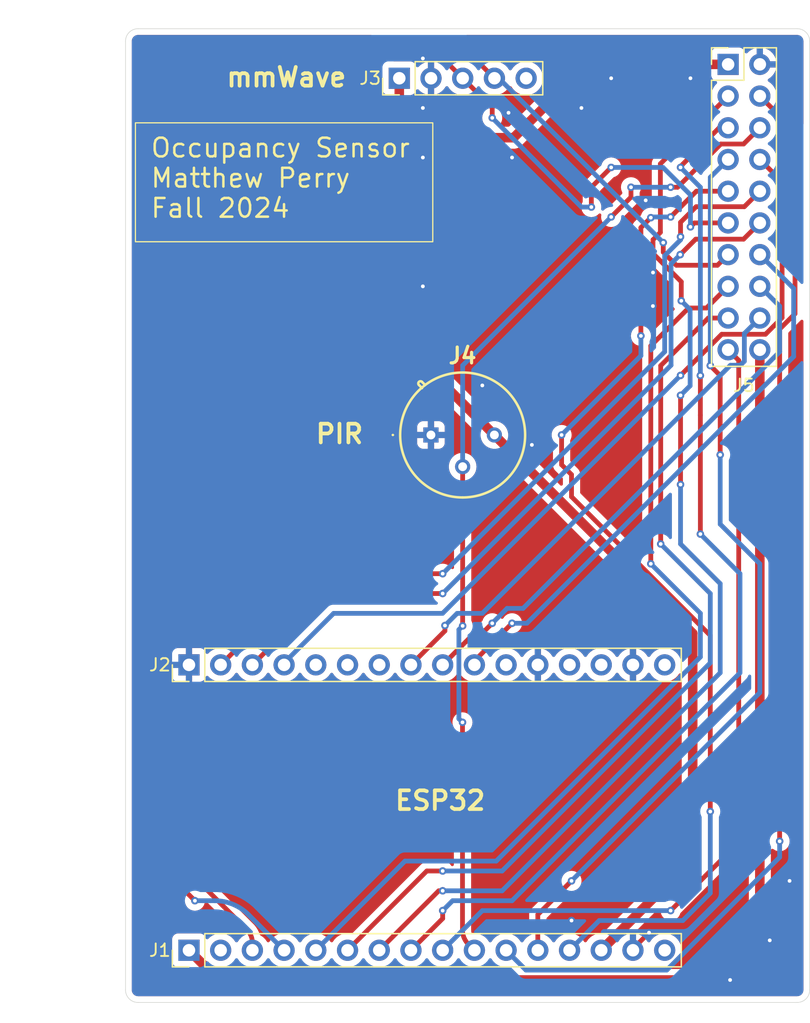
<source format=kicad_pcb>
(kicad_pcb (version 20240108) (generator "pcbnew") (generator_version "8.0")
  (layers (0 "F.Cu" signal) (31 "B.Cu" signal) (34 "B.Paste" user) (35 "F.Paste" user) (36 "B.SilkS" user "B.Silkscreen") (37 "F.SilkS" user "F.Silkscreen") (38 "B.Mask" user) (39 "F.Mask" user) (44 "Edge.Cuts" user))
  (net 0 "")
  (net 1 "+5V")
  (net 2 "GPIO2")
  (net 3 "GPIO8")
  (net 4 "GPIO0")
  (net 5 "GPIO5")
  (net 6 "GPIO4")
  (net 7 "GPIO7")
  (net 8 "GPIO3")
  (net 9 "GPIO1")
  (net 10 "GND")
  (net 11 "GPIO10")
  (net 12 "+3V3")
  (net 13 "GPIO11")
  (net 14 "GPIO6")
  (net 15 "RST")
  (net 17 "GPIO19")
  (net 18 "GPIO17")
  (net 19 "GPIO13")
  (net 20 "GPIO15")
  (net 21 "GPIO21")
  (net 22 "GPIO16")
  (net 23 "GPIO23")
  (net 24 "GPIO20")
  (net 25 "GPIO18")
  (net 27 "GPIO9")
  (net 28 "GPIO12")
  (net 29 "GPIO22")
  (footprint "Connector_PinHeader_2.54mm:PinHeader_1x16_P2.54mm_Vertical" (layer "F.Cu") (at 108.2675 82.70875 90)
    (property "Reference" "J2" (at 0 -2.33 180) (layer "F.SilkS"))
    (property "Value" "Esp32 Header2")
    (fp_line (start -1.33 -1.33) (end 0 -1.33) (stroke (width 0.12)) (layer "F.SilkS"))
    (fp_line (start -1.33 0) (end -1.33 -1.33) (stroke (width 0.12)) (layer "F.SilkS"))
    (fp_line (start 1.33 1.27) (end 1.33 39.43) (stroke (width 0.12)) (layer "F.SilkS"))
    (fp_line (start -1.33 1.27) (end 1.33 1.27) (stroke (width 0.12)) (layer "F.SilkS"))
    (fp_line (start -1.33 1.27) (end -1.33 39.43) (stroke (width 0.12)) (layer "F.SilkS"))
    (fp_line (start -1.33 39.43) (end 1.33 39.43) (stroke (width 0.12)) (layer "F.SilkS"))
    (pad "1" thru_hole rect (at 0 0 90) (size 1.7 1.7) (drill 1) (layers "*.Cu" "*.Mask") (net 10 "GND"))
    (pad "2" thru_hole oval (at 0 2.54 90) (size 1.7 1.7) (drill 1) (layers "*.Cu" "*.Mask") (net 22 "GPIO16"))
    (pad "3" thru_hole oval (at 0 5.08 90) (size 1.7 1.7) (drill 1) (layers "*.Cu" "*.Mask") (net 18 "GPIO17"))
    (pad "4" thru_hole oval (at 0 7.62 90) (size 1.7 1.7) (drill 1) (layers "*.Cu" "*.Mask") (net 20 "GPIO15"))
    (pad "5" thru_hole oval (at 0 10.16 90) (size 1.7 1.7) (drill 1) (layers "*.Cu" "*.Mask") (net 23 "GPIO23"))
    (pad "6" thru_hole oval (at 0 12.7 90) (size 1.7 1.7) (drill 1) (layers "*.Cu" "*.Mask") (net 29 "GPIO22"))
    (pad "7" thru_hole oval (at 0 15.24 90) (size 1.7 1.7) (drill 1) (layers "*.Cu" "*.Mask") (net 21 "GPIO21"))
    (pad "8" thru_hole oval (at 0 17.78 90) (size 1.7 1.7) (drill 1) (layers "*.Cu" "*.Mask") (net 24 "GPIO20"))
    (pad "9" thru_hole oval (at 0 20.32 90) (size 1.7 1.7) (drill 1) (layers "*.Cu" "*.Mask") (net 17 "GPIO19"))
    (pad "10" thru_hole oval (at 0 22.86 90) (size 1.7 1.7) (drill 1) (layers "*.Cu" "*.Mask") (net 25 "GPIO18"))
    (pad "11" thru_hole oval (at 0 25.4 90) (size 1.7 1.7) (drill 1) (layers "*.Cu" "*.Mask") (net 27 "GPIO9"))
    (pad "12" thru_hole oval (at 0 27.94 90) (size 1.7 1.7) (drill 1) (layers "*.Cu" "*.Mask") (net 10 "GND"))
    (pad "13" thru_hole oval (at 0 30.48 90) (size 1.7 1.7) (drill 1) (layers "*.Cu" "*.Mask") (net 19 "GPIO13"))
    (pad "14" thru_hole oval (at 0 33.02 90) (size 1.7 1.7) (drill 1) (layers "*.Cu" "*.Mask") (net 28 "GPIO12"))
    (pad "15" thru_hole oval (at 0 35.56 90) (size 1.7 1.7) (drill 1) (layers "*.Cu" "*.Mask") (net 10 "GND"))
    (pad "16" thru_hole oval (at 0 38.1 90) (size 1.7 1.7) (drill 1) (layers "*.Cu" "*.Mask"))
  )
  (footprint "Connector:917-47-103-41005000" (layer "F.Cu") (at 127.6475 64.29375)
    (property "Reference" "J4" (at 2.5275 -6.35 0) (layer "F.SilkS") (effects (font (size 1.27 1.27) (thickness 0.254))))
    (property "Value" "PIR Header" (hide yes))
    (fp_line (start -3.1 0) (end -3.1 0) (stroke (width 0.1)) (layer "F.SilkS"))
    (fp_line (start -3 0) (end -3 0) (stroke (width 0.1)) (layer "F.SilkS"))
    (fp_line (start -0.963 -4.003) (end -0.712 -3.753) (stroke (width 0.2)) (layer "F.SilkS"))
    (fp_line (start -0.712 -4.253) (end -0.712 -4.253) (stroke (width 0.2)) (layer "F.SilkS"))
    (fp_line (start -0.462 -4.003) (end -0.712 -4.253) (stroke (width 0.2)) (layer "F.SilkS"))
    (fp_line (start 2.54 -5.004) (end 2.54 -5.004) (stroke (width 0.2)) (layer "F.SilkS"))
    (fp_line (start 2.54 5.004) (end 2.54 5.004) (stroke (width 0.2)) (layer "F.SilkS"))
    (fp_arc (start -3.1 0) (mid -3.05 -0.05) (end -3 0) (stroke (width 0.1)) (layer "F.SilkS"))
    (fp_arc (start -3 0) (mid -3.05 0.05) (end -3.1 0) (stroke (width 0.1)) (layer "F.SilkS"))
    (fp_arc (start -0.963 -4.003) (mid -0.9625 -4.2535) (end -0.712 -4.253) (stroke (width 0.2)) (layer "F.SilkS"))
    (fp_arc (start 2.54 -5.004) (mid 7.544 0) (end 2.54 5.004) (stroke (width 0.2)) (layer "F.SilkS"))
    (fp_arc (start 2.54 5.004) (mid -2.464 0) (end 2.54 -5.004) (stroke (width 0.2)) (layer "F.SilkS"))
    (pad "1" thru_hole rect (at 0 0) (size 1.214 1.214) (drill 0.708) (layers "*.Cu" "*.Mask") (net 10 "GND"))
    (pad "2" thru_hole circle (at 2.54 2.54) (size 1.214 1.214) (drill 0.708) (layers "*.Cu" "*.Mask") (net 11 "GPIO10"))
    (pad "3" thru_hole circle (at 5.08 0) (size 1.214 1.214) (drill 0.708) (layers "*.Cu" "*.Mask") (net 1 "+5V"))
  )
  (footprint "Connector_PinHeader_2.54mm:PinHeader_1x05_P2.54mm_Vertical" (layer "F.Cu") (at 125.1125 35.71875 90)
    (property "Reference" "J3" (at 0 -2.33 180) (layer "F.SilkS"))
    (property "Value" "mmWave Header")
    (fp_line (start -1.33 -1.33) (end 0 -1.33) (stroke (width 0.12)) (layer "F.SilkS"))
    (fp_line (start -1.33 0) (end -1.33 -1.33) (stroke (width 0.12)) (layer "F.SilkS"))
    (fp_line (start 1.33 1.27) (end 1.33 11.49) (stroke (width 0.12)) (layer "F.SilkS"))
    (fp_line (start -1.33 1.27) (end 1.33 1.27) (stroke (width 0.12)) (layer "F.SilkS"))
    (fp_line (start -1.33 1.27) (end -1.33 11.49) (stroke (width 0.12)) (layer "F.SilkS"))
    (fp_line (start -1.33 11.49) (end 1.33 11.49) (stroke (width 0.12)) (layer "F.SilkS"))
    (pad "1" thru_hole rect (at 0 0 90) (size 1.7 1.7) (drill 1) (layers "*.Cu" "*.Mask") (net 1 "+5V"))
    (pad "2" thru_hole oval (at 0 2.54 90) (size 1.7 1.7) (drill 1) (layers "*.Cu" "*.Mask") (net 10 "GND"))
    (pad "3" thru_hole oval (at 0 5.08 90) (size 1.7 1.7) (drill 1) (layers "*.Cu" "*.Mask") (net 6 "GPIO4"))
    (pad "4" thru_hole oval (at 0 7.62 90) (size 1.7 1.7) (drill 1) (layers "*.Cu" "*.Mask") (net 5 "GPIO5"))
    (pad "5" thru_hole oval (at 0 10.16 90) (size 1.7 1.7) (drill 1) (layers "*.Cu" "*.Mask"))
  )
  (footprint "Connector_PinHeader_2.54mm:PinHeader_1x16_P2.54mm_Vertical" (layer "F.Cu") (at 108.2675 105.56875 90)
    (property "Reference" "J1" (at 0 -2.33 180) (layer "F.SilkS"))
    (property "Value" "Esp32 Header1")
    (fp_line (start -1.33 -1.33) (end 0 -1.33) (stroke (width 0.12)) (layer "F.SilkS"))
    (fp_line (start -1.33 0) (end -1.33 -1.33) (stroke (width 0.12)) (layer "F.SilkS"))
    (fp_line (start 1.33 1.27) (end 1.33 39.43) (stroke (width 0.12)) (layer "F.SilkS"))
    (fp_line (start -1.33 1.27) (end 1.33 1.27) (stroke (width 0.12)) (layer "F.SilkS"))
    (fp_line (start -1.33 1.27) (end -1.33 39.43) (stroke (width 0.12)) (layer "F.SilkS"))
    (fp_line (start -1.33 39.43) (end 1.33 39.43) (stroke (width 0.12)) (layer "F.SilkS"))
    (pad "1" thru_hole rect (at 0 0 90) (size 1.7 1.7) (drill 1) (layers "*.Cu" "*.Mask") (net 12 "+3V3"))
    (pad "2" thru_hole oval (at 0 2.54 90) (size 1.7 1.7) (drill 1) (layers "*.Cu" "*.Mask") (net 15 "RST"))
    (pad "3" thru_hole oval (at 0 5.08 90) (size 1.7 1.7) (drill 1) (layers "*.Cu" "*.Mask") (net 6 "GPIO4"))
    (pad "4" thru_hole oval (at 0 7.62 90) (size 1.7 1.7) (drill 1) (layers "*.Cu" "*.Mask") (net 5 "GPIO5"))
    (pad "5" thru_hole oval (at 0 10.16 90) (size 1.7 1.7) (drill 1) (layers "*.Cu" "*.Mask") (net 14 "GPIO6"))
    (pad "6" thru_hole oval (at 0 12.7 90) (size 1.7 1.7) (drill 1) (layers "*.Cu" "*.Mask") (net 7 "GPIO7"))
    (pad "7" thru_hole oval (at 0 15.24 90) (size 1.7 1.7) (drill 1) (layers "*.Cu" "*.Mask") (net 4 "GPIO0"))
    (pad "8" thru_hole oval (at 0 17.78 90) (size 1.7 1.7) (drill 1) (layers "*.Cu" "*.Mask") (net 9 "GPIO1"))
    (pad "9" thru_hole oval (at 0 20.32 90) (size 1.7 1.7) (drill 1) (layers "*.Cu" "*.Mask") (net 3 "GPIO8"))
    (pad "10" thru_hole oval (at 0 22.86 90) (size 1.7 1.7) (drill 1) (layers "*.Cu" "*.Mask") (net 11 "GPIO10"))
    (pad "11" thru_hole oval (at 0 25.4 90) (size 1.7 1.7) (drill 1) (layers "*.Cu" "*.Mask") (net 13 "GPIO11"))
    (pad "12" thru_hole oval (at 0 27.94 90) (size 1.7 1.7) (drill 1) (layers "*.Cu" "*.Mask") (net 2 "GPIO2"))
    (pad "13" thru_hole oval (at 0 30.48 90) (size 1.7 1.7) (drill 1) (layers "*.Cu" "*.Mask") (net 8 "GPIO3"))
    (pad "14" thru_hole oval (at 0 33.02 90) (size 1.7 1.7) (drill 1) (layers "*.Cu" "*.Mask") (net 1 "+5V"))
    (pad "15" thru_hole oval (at 0 35.56 90) (size 1.7 1.7) (drill 1) (layers "*.Cu" "*.Mask") (net 10 "GND"))
    (pad "16" thru_hole oval (at 0 38.1 90) (size 1.7 1.7) (drill 1) (layers "*.Cu" "*.Mask"))
  )
  (footprint "Connector_PinHeader_2.54mm:PinHeader_2x10_P2.54mm_Vertical" (layer "F.Cu") (at 151.4475 34.6075)
    (property "Reference" "J5" (at 1.27 25.7175 0) (layer "F.SilkS"))
    (property "Value" "Breakout Header" (hide yes))
    (fp_line (start -1.33 -1.33) (end 0 -1.33) (stroke (width 0.12)) (layer "F.SilkS"))
    (fp_line (start -1.33 0) (end -1.33 -1.33) (stroke (width 0.12)) (layer "F.SilkS"))
    (fp_line (start -1.33 1.27) (end -1.33 24.19) (stroke (width 0.12)) (layer "F.SilkS"))
    (fp_line (start -1.33 1.27) (end 1.27 1.27) (stroke (width 0.12)) (layer "F.SilkS"))
    (fp_line (start -1.33 24.19) (end 3.87 24.19) (stroke (width 0.12)) (layer "F.SilkS"))
    (fp_line (start 1.27 -1.33) (end 3.87 -1.33) (stroke (width 0.12)) (layer "F.SilkS"))
    (fp_line (start 1.27 1.27) (end 1.27 -1.33) (stroke (width 0.12)) (layer "F.SilkS"))
    (fp_line (start 3.87 -1.33) (end 3.87 24.19) (stroke (width 0.12)) (layer "F.SilkS"))
    (pad "1" thru_hole rect (at 0 0) (size 1.7 1.7) (drill 1) (layers "*.Cu" "*.Mask") (net 1 "+5V"))
    (pad "2" thru_hole oval (at 2.54 0) (size 1.7 1.7) (drill 1) (layers "*.Cu" "*.Mask") (net 10 "GND"))
    (pad "3" thru_hole oval (at 0 2.54) (size 1.7 1.7) (drill 1) (layers "*.Cu" "*.Mask") (net 4 "GPIO0"))
    (pad "4" thru_hole oval (at 2.54 2.54) (size 1.7 1.7) (drill 1) (layers "*.Cu" "*.Mask") (net 13 "GPIO11"))
    (pad "5" thru_hole oval (at 0 5.08) (size 1.7 1.7) (drill 1) (layers "*.Cu" "*.Mask") (net 9 "GPIO1"))
    (pad "6" thru_hole oval (at 2.54 5.08) (size 1.7 1.7) (drill 1) (layers "*.Cu" "*.Mask") (net 11 "GPIO10"))
    (pad "7" thru_hole oval (at 0 7.62) (size 1.7 1.7) (drill 1) (layers "*.Cu" "*.Mask") (net 2 "GPIO2"))
    (pad "8" thru_hole oval (at 2.54 7.62) (size 1.7 1.7) (drill 1) (layers "*.Cu" "*.Mask") (net 20 "GPIO15"))
    (pad "9" thru_hole oval (at 0 10.16) (size 1.7 1.7) (drill 1) (layers "*.Cu" "*.Mask") (net 8 "GPIO3"))
    (pad "10" thru_hole oval (at 2.54 10.16) (size 1.7 1.7) (drill 1) (layers "*.Cu" "*.Mask") (net 22 "GPIO16"))
    (pad "11" thru_hole oval (at 0 12.7) (size 1.7 1.7) (drill 1) (layers "*.Cu" "*.Mask") (net 6 "GPIO4"))
    (pad "12" thru_hole oval (at 2.54 12.7) (size 1.7 1.7) (drill 1) (layers "*.Cu" "*.Mask") (net 18 "GPIO17"))
    (pad "13" thru_hole oval (at 0 15.24) (size 1.7 1.7) (drill 1) (layers "*.Cu" "*.Mask") (net 5 "GPIO5"))
    (pad "14" thru_hole oval (at 2.54 15.24) (size 1.7 1.7) (drill 1) (layers "*.Cu" "*.Mask") (net 25 "GPIO18"))
    (pad "15" thru_hole oval (at 0 17.78) (size 1.7 1.7) (drill 1) (layers "*.Cu" "*.Mask") (net 14 "GPIO6"))
    (pad "16" thru_hole oval (at 2.54 17.78) (size 1.7 1.7) (drill 1) (layers "*.Cu" "*.Mask") (net 17 "GPIO19"))
    (pad "17" thru_hole oval (at 0 20.32) (size 1.7 1.7) (drill 1) (layers "*.Cu" "*.Mask") (net 7 "GPIO7"))
    (pad "18" thru_hole oval (at 2.54 20.32) (size 1.7 1.7) (drill 1) (layers "*.Cu" "*.Mask") (net 24 "GPIO20"))
    (pad "19" thru_hole oval (at 0 22.86) (size 1.7 1.7) (drill 1) (layers "*.Cu" "*.Mask") (net 3 "GPIO8"))
    (pad "20" thru_hole oval (at 2.54 22.86) (size 1.7 1.7) (drill 1) (layers "*.Cu" "*.Mask") (net 12 "+3V3"))
  )
  (gr_arc (start 104.1875 109.75) (mid 103.480393 109.457107) (end 103.1875 108.75) (stroke (width 0.05)) (layer "Edge.Cuts"))
  (gr_line (start 104.1875 31.75) (end 156.98125 31.75) (stroke (width 0.05)) (layer "Edge.Cuts"))
  (gr_arc (start 156.98125 31.75) (mid 157.688389 32.042876) (end 157.98125 32.75) (stroke (width 0.05)) (layer "Edge.Cuts"))
  (gr_arc (start 103.1875 32.75) (mid 103.480393 32.042893) (end 104.1875 31.75) (stroke (width 0.05)) (layer "Edge.Cuts"))
  (gr_line (start 103.1875 108.75) (end 103.1875 32.75) (stroke (width 0.05)) (layer "Edge.Cuts"))
  (gr_arc (start 157.98125 108.75) (mid 157.688357 109.457107) (end 156.98125 109.75) (stroke (width 0.05)) (layer "Edge.Cuts"))
  (gr_line (start 156.98125 109.75) (end 104.1875 109.75) (stroke (width 0.05)) (layer "Edge.Cuts"))
  (gr_line (start 157.98125 32.75) (end 157.98125 108.75) (stroke (width 0.05)) (layer "Edge.Cuts"))
  (gr_text "ESP32" (at 124.61875 94.45625 0) (layer "F.SilkS") (effects (font (size 1.5 1.5) (thickness 0.3) (bold yes)) (justify left bottom)))
  (gr_text "PIR" (at 118.26875 65.0875 0) (layer "F.SilkS") (effects (font (size 1.5 1.5) (thickness 0.3) (bold yes)) (justify left bottom)))
  (gr_text "mmWave" (at 111.125 36.5125 0) (layer "F.SilkS") (effects (font (size 1.5 1.5) (thickness 0.3) (bold yes)) (justify left bottom)))
  (gr_text_box "Occupancy Sensor\nMatthew Perry\nFall 2024" (start 103.98125 39.290625) (end 127.79375 48.815625) (layer "F.SilkS") (effects (font (size 1.5 1.5) (thickness 0.2)) (justify left top)) (border yes) (stroke (width 0.1)))
  (segment (start 125.1125 40.946217) (end 125.1125 35.71875) (width 0.762) (layer "F.Cu") (net 1))
  (segment (start 125.1125 43.191282) (end 125.1125 40.946217) (width 0.762) (layer "F.Cu") (net 1))
  (segment (start 140.144786 34.6075) (end 151.4475 34.6075) (width 0.762) (layer "F.Cu") (net 1))
  (segment (start 125.1125 43.191282) (end 125.1125 54.424786) (width 0.762) (layer "F.Cu") (net 1))
  (segment (start 127.822532 40.48125) (end 134.271036 40.48125) (width 0.762) (layer "F.Cu") (net 1))
  (segment (start 132.7275 64.29375) (end 126.706292 58.272542) (width 0.762) (layer "F.Cu") (net 1))
  (segment (start 148.612633 80.178883) (end 132.7275 64.29375) (width 0.762) (layer "F.Cu") (net 1))
  (segment (start 148.612633 98.243617) (end 148.612633 80.178883) (width 0.762) (layer "F.Cu") (net 1))
  (segment (start 134.271036 40.48125) (end 140.144786 34.6075) (width 0.762) (layer "F.Cu") (net 1))
  (segment (start 141.2875 105.56875) (end 148.612633 98.243617) (width 0.762) (layer "F.Cu") (net 1))
  (arc (start 127.822532 40.48125) (mid 126.785447 40.687538) (end 125.90625 41.275) (width 0.762) (layer "F.Cu") (net 1))
  (arc (start 125.1125 54.424786) (mid 125.526713 56.507176) (end 126.706292 58.272542) (width 0.762) (layer "F.Cu") (net 1))
  (arc (start 125.1125 40.946217) (mid 125.399532 41.375792) (end 125.90625 41.275) (width 0.762) (layer "F.Cu") (net 1))
  (arc (start 125.90625 41.275) (mid 125.318788 42.154197) (end 125.1125 43.191282) (width 0.762) (layer "F.Cu") (net 1))
  (segment (start 136.2075 102.71125) (end 138.90625 100.0125) (width 0.381) (layer "F.Cu") (net 2))
  (segment (start 150.8125 65.88125) (end 150.8125 59.53125) (width 0.381) (layer "F.Cu") (net 2))
  (segment (start 150.8125 59.53125) (end 150.01875 58.7375) (width 0.381) (layer "F.Cu") (net 2))
  (segment (start 136.2075 105.56875) (end 136.2075 102.71125) (width 0.381) (layer "F.Cu") (net 2))
  (via (at 150.01875 58.7375) (size 0.6) (drill 0.3) (layers "F.Cu" "B.Cu") (net 2))
  (via (at 150.8125 65.88125) (size 0.6) (drill 0.3) (layers "F.Cu" "B.Cu") (net 2))
  (via (at 138.90625 100.0125) (size 0.6) (drill 0.3) (layers "F.Cu" "B.Cu") (net 2))
  (segment (start 150.8125 71.4375) (end 150.8125 65.88125) (width 0.381) (layer "B.Cu") (net 2))
  (segment (start 153.9875 84.93125) (end 153.9875 74.6125) (width 0.381) (layer "B.Cu") (net 2))
  (segment (start 150.01875 43.65625) (end 151.4475 42.2275) (width 0.381) (layer "B.Cu") (net 2))
  (segment (start 138.90625 100.0125) (end 153.9875 84.93125) (width 0.381) (layer "B.Cu") (net 2))
  (segment (start 150.01875 58.7375) (end 150.01875 43.65625) (width 0.381) (layer "B.Cu") (net 2))
  (segment (start 153.9875 74.6125) (end 150.8125 71.4375) (width 0.381) (layer "B.Cu") (net 2))
  (segment (start 151.4475 57.4675) (end 152.2975 58.3175) (width 0.381) (layer "F.Cu") (net 3))
  (segment (start 152.2975 96.94) (end 146.84375 102.39375) (width 0.381) (layer "F.Cu") (net 3))
  (segment (start 152.2975 58.3175) (end 152.2975 96.94) (width 0.381) (layer "F.Cu") (net 3))
  (via (at 146.84375 102.39375) (size 0.6) (drill 0.3) (layers "F.Cu" "B.Cu") (net 3))
  (segment (start 131.7625 102.39375) (end 146.84375 102.39375) (width 0.381) (layer "B.Cu") (net 3))
  (segment (start 128.5875 105.56875) (end 131.7625 102.39375) (width 0.381) (layer "B.Cu") (net 3))
  (segment (start 147.696608 52.019472) (end 147.696608 53.546656) (width 0.381) (layer "F.Cu") (net 4))
  (segment (start 145.431772 49.754636) (end 147.696608 52.019472) (width 0.381) (layer "F.Cu") (net 4))
  (segment (start 151.4475 37.1475) (end 146.02325 42.57175) (width 0.381) (layer "F.Cu") (net 4))
  (segment (start 146.02325 48.065342) (end 145.431772 48.65682) (width 0.381) (layer "F.Cu") (net 4))
  (segment (start 123.5075 105.56875) (end 128.27 100.80625) (width 0.381) (layer "F.Cu") (net 4))
  (segment (start 146.02325 42.57175) (end 146.02325 48.065342) (width 0.381) (layer "F.Cu") (net 4))
  (segment (start 147.6375 68.2625) (end 147.6375 61.11875) (width 0.381) (layer "F.Cu") (net 4))
  (segment (start 128.27 100.80625) (end 128.5875 100.80625) (width 0.381) (layer "F.Cu") (net 4))
  (segment (start 145.431772 48.65682) (end 145.431772 49.754636) (width 0.381) (layer "F.Cu") (net 4))
  (via (at 147.6375 61.11875) (size 0.6) (drill 0.3) (layers "F.Cu" "B.Cu") (net 4))
  (via (at 128.5875 100.80625) (size 0.6) (drill 0.3) (layers "F.Cu" "B.Cu") (net 4))
  (via (at 147.6375 68.2625) (size 0.6) (drill 0.3) (layers "F.Cu" "B.Cu") (net 4))
  (via (at 147.696608 53.546656) (size 0.6) (drill 0.3) (layers "F.Cu" "B.Cu") (net 4))
  (segment (start 147.6375 73.025) (end 147.6375 68.2625) (width 0.381) (layer "B.Cu") (net 4))
  (segment (start 150.8125 76.2) (end 147.6375 73.025) (width 0.381) (layer "B.Cu") (net 4))
  (segment (start 147.6375 61.11875) (end 148.4045 60.35175) (width 0.381) (layer "B.Cu") (net 4))
  (segment (start 133.35 100.80625) (end 150.8125 83.34375) (width 0.381) (layer "B.Cu") (net 4))
  (segment (start 150.8125 83.34375) (end 150.8125 76.2) (width 0.381) (layer "B.Cu") (net 4))
  (segment (start 148.4045 54.254548) (end 147.696608 53.546656) (width 0.381) (layer "B.Cu") (net 4))
  (segment (start 128.5875 100.80625) (end 133.35 100.80625) (width 0.381) (layer "B.Cu") (net 4))
  (segment (start 148.4045 60.35175) (end 148.4045 54.254548) (width 0.381) (layer "B.Cu") (net 4))
  (segment (start 108.74375 101.6) (end 107.15625 100.0125) (width 0.381) (layer "F.Cu") (net 5))
  (segment (start 150.5975 50.6975) (end 147.299796 50.6975) (width 0.381) (layer "F.Cu") (net 5))
  (segment (start 123.824999 32.54375) (end 129.5575 32.54375) (width 0.381) (layer "F.Cu") (net 5))
  (segment (start 107.162542 49.206207) (end 123.824999 32.54375) (width 0.381) (layer "F.Cu") (net 5))
  (segment (start 151.4475 49.8475) (end 150.5975 50.6975) (width 0.381) (layer "F.Cu") (net 5))
  (segment (start 129.5575 32.54375) (end 132.7325 35.71875) (width 0.381) (layer "F.Cu") (net 5))
  (segment (start 105.56875 96.179935) (end 105.56875 53.053963) (width 0.381) (layer "F.Cu") (net 5))
  (segment (start 147.299796 50.6975) (end 146.252272 49.649976) (width 0.381) (layer "F.Cu") (net 5))
  (segment (start 146.252272 49.649976) (end 146.252272 48.885842) (width 0.381) (layer "F.Cu") (net 5))
  (via (at 108.74375 101.6) (size 0.6) (drill 0.3) (layers "F.Cu" "B.Cu") (net 5))
  (via (at 146.252272 48.885842) (size 0.6) (drill 0.3) (layers "F.Cu" "B.Cu") (net 5))
  (arc (start 105.56875 53.053963) (mid 105.982963 50.971572) (end 107.162542 49.206207) (width 0.381) (layer "F.Cu") (net 5))
  (arc (start 107.15625 100.0125) (mid 105.981327 98.254104) (end 105.56875 96.179935) (width 0.381) (layer "F.Cu") (net 5))
  (segment (start 132.7325 35.71875) (end 133.08518 35.71875) (width 0.381) (layer "B.Cu") (net 5))
  (segment (start 110.33125 101.6) (end 108.74375 101.6) (width 0.381) (layer "B.Cu") (net 5))
  (segment (start 113.041282 102.722532) (end 115.8875 105.56875) (width 0.381) (layer "B.Cu") (net 5))
  (segment (start 133.08518 35.71875) (end 146.252272 48.885842) (width 0.381) (layer "B.Cu") (net 5))
  (arc (start 113.041282 102.722532) (mid 111.797908 101.891736) (end 110.33125 101.6) (width 0.381) (layer "B.Cu") (net 5))
  (segment (start 124.418874 33.3375) (end 127.81125 33.3375) (width 0.381) (layer "F.Cu") (net 6))
  (segment (start 148.74875 47.3075) (end 148.43125 47.625) (width 0.381) (layer "F.Cu") (net 6))
  (segment (start 140.49375 44.45) (end 140.49375 46.0375) (width 0.381) (layer "F.Cu") (net 6))
  (segment (start 113.3475 105.56875) (end 113.3475 104.967709) (width 0.381) (layer "F.Cu") (net 6))
  (segment (start 132.55625 38.0825) (end 132.55625 38.89375) (width 0.381) (layer "F.Cu") (net 6))
  (segment (start 130.1925 35.71875) (end 132.55625 38.0825) (width 0.381) (layer "F.Cu") (net 6))
  (segment (start 127.81125 33.3375) (end 130.1925 35.71875) (width 0.381) (layer "F.Cu") (net 6))
  (segment (start 107.956292 49.800082) (end 124.418874 33.3375) (width 0.381) (layer "F.Cu") (net 6))
  (segment (start 142.08125 42.8625) (end 140.49375 44.45) (width 0.381) (layer "F.Cu") (net 6))
  (segment (start 112.9225 103.941669) (end 107.956292 98.975461) (width 0.381) (layer "F.Cu") (net 6))
  (segment (start 151.4475 47.3075) (end 148.74875 47.3075) (width 0.381) (layer "F.Cu") (net 6))
  (segment (start 106.3625 95.127705) (end 106.3625 53.647838) (width 0.381) (layer "F.Cu") (net 6))
  (via (at 148.43125 47.625) (size 0.6) (drill 0.3) (layers "F.Cu" "B.Cu") (net 6))
  (via (at 142.08125 42.8625) (size 0.6) (drill 0.3) (layers "F.Cu" "B.Cu") (net 6))
  (via (at 132.55625 38.89375) (size 0.6) (drill 0.3) (layers "F.Cu" "B.Cu") (net 6))
  (via (at 140.49375 46.0375) (size 0.6) (drill 0.3) (layers "F.Cu" "B.Cu") (net 6))
  (arc (start 106.3625 53.647838) (mid 106.776713 51.565447) (end 107.956292 49.800082) (width 0.381) (layer "F.Cu") (net 6))
  (arc (start 107.956292 98.975461) (mid 106.776713 97.210095) (end 106.3625 95.127705) (width 0.381) (layer "F.Cu") (net 6))
  (arc (start 113.3475 104.967709) (mid 113.237046 104.41242) (end 112.9225 103.941669) (width 0.381) (layer "F.Cu") (net 6))
  (segment (start 132.55625 38.89375) (end 139.7 46.0375) (width 0.381) (layer "B.Cu") (net 6))
  (segment (start 148.43125 47.625) (end 148.43125 45.060985) (width 0.381) (layer "B.Cu") (net 6))
  (segment (start 146.232765 42.8625) (end 142.08125 42.8625) (width 0.381) (layer "B.Cu") (net 6))
  (segment (start 148.43125 45.060985) (end 146.232765 42.8625) (width 0.381) (layer "B.Cu") (net 6))
  (segment (start 139.7 46.0375) (end 140.49375 46.0375) (width 0.381) (layer "B.Cu") (net 6))
  (segment (start 127.3175 99.21875) (end 128.5875 99.21875) (width 0.381) (layer "F.Cu") (net 7))
  (segment (start 146.05 73.025) (end 146.05 58.7375) (width 0.381) (layer "F.Cu") (net 7))
  (segment (start 146.05 58.7375) (end 149.86 54.9275) (width 0.381) (layer "F.Cu") (net 7))
  (segment (start 120.9675 105.56875) (end 127.3175 99.21875) (width 0.381) (layer "F.Cu") (net 7))
  (segment (start 149.86 54.9275) (end 151.4475 54.9275) (width 0.381) (layer "F.Cu") (net 7))
  (via (at 146.05 73.025) (size 0.6) (drill 0.3) (layers "F.Cu" "B.Cu") (net 7))
  (via (at 128.5875 99.21875) (size 0.6) (drill 0.3) (layers "F.Cu" "B.Cu") (net 7))
  (segment (start 133.35 99.21875) (end 150.01875 82.55) (width 0.381) (layer "B.Cu") (net 7))
  (segment (start 150.01875 82.55) (end 150.01875 76.99375) (width 0.381) (layer "B.Cu") (net 7))
  (segment (start 150.01875 76.99375) (end 146.05 73.025) (width 0.381) (layer "B.Cu") (net 7))
  (segment (start 128.5875 99.21875) (end 133.35 99.21875) (width 0.381) (layer "B.Cu") (net 7))
  (segment (start 144.4625 56.35625) (end 144.4625 47.681253) (width 0.381) (layer "F.Cu") (net 8))
  (segment (start 138.90625 67.46875) (end 138.90625 69.239015) (width 0.381) (layer "F.Cu") (net 8))
  (segment (start 138.1125 66.675) (end 138.90625 67.46875) (width 0.381) (layer "F.Cu") (net 8))
  (segment (start 150.01875 80.351515) (end 150.01875 94.45625) (width 0.381) (layer "F.Cu") (net 8))
  (segment (start 144.4625 47.681253) (end 145.25625 46.887503) (width 0.381) (layer "F.Cu") (net 8))
  (segment (start 138.90625 69.239015) (end 150.01875 80.351515) (width 0.381) (layer "F.Cu") (net 8))
  (segment (start 151.4475 44.7675) (end 148.9075 44.7675) (width 0.381) (layer "F.Cu") (net 8))
  (segment (start 138.1125 64.29375) (end 138.1125 66.675) (width 0.381) (layer "F.Cu") (net 8))
  (segment (start 148.9075 44.7675) (end 146.84375 46.83125) (width 0.381) (layer "F.Cu") (net 8))
  (via (at 145.25625 46.887503) (size 0.6) (drill 0.3) (layers "F.Cu" "B.Cu") (net 8))
  (via (at 150.01875 94.45625) (size 0.6) (drill 0.3) (layers "F.Cu" "B.Cu") (net 8))
  (via (at 144.4625 56.35625) (size 0.6) (drill 0.3) (layers "F.Cu" "B.Cu") (net 8))
  (via (at 138.1125 64.29375) (size 0.6) (drill 0.3) (layers "F.Cu" "B.Cu") (net 8))
  (via (at 146.84375 46.83125) (size 0.6) (drill 0.3) (layers "F.Cu" "B.Cu") (net 8))
  (segment (start 146.84375 46.83125) (end 145.312503 46.83125) (width 0.381) (layer "B.Cu") (net 8))
  (segment (start 147.820265 103.1875) (end 141.12875 103.1875) (width 0.381) (layer "B.Cu") (net 8))
  (segment (start 141.12875 103.1875) (end 138.7475 105.56875) (width 0.381) (layer "B.Cu") (net 8))
  (segment (start 150.01875 94.45625) (end 150.01875 100.989015) (width 0.381) (layer "B.Cu") (net 8))
  (segment (start 150.01875 100.989015) (end 147.820265 103.1875) (width 0.381) (layer "B.Cu") (net 8))
  (segment (start 145.312503 46.83125) (end 145.25625 46.887503) (width 0.381) (layer "B.Cu") (net 8))
  (segment (start 144.4625 57.94375) (end 138.1125 64.29375) (width 0.381) (layer "B.Cu") (net 8))
  (segment (start 144.4625 56.35625) (end 144.4625 57.94375) (width 0.381) (layer "B.Cu") (net 8))
  (segment (start 149.225 72.23125) (end 149.225 62.70625) (width 0.381) (layer "F.Cu") (net 9))
  (segment (start 147.6375 42.783125) (end 147.6375 42.8625) (width 0.381) (layer "F.Cu") (net 9))
  (segment (start 151.4475 39.6875) (end 150.733125 39.6875) (width 0.381) (layer "F.Cu") (net 9))
  (segment (start 128.5875 103.02875) (end 128.5875 102.39375) (width 0.381) (layer "F.Cu") (net 9))
  (segment (start 149.225 59.53125) (end 149.225 62.70625) (width 0.381) (layer "F.Cu") (net 9))
  (segment (start 126.0475 105.56875) (end 128.5875 103.02875) (width 0.381) (layer "F.Cu") (net 9))
  (segment (start 150.733125 39.6875) (end 147.6375 42.783125) (width 0.381) (layer "F.Cu") (net 9))
  (via (at 149.225 59.53125) (size 0.6) (drill 0.3) (layers "F.Cu" "B.Cu") (net 9))
  (via (at 147.6375 42.8625) (size 0.6) (drill 0.3) (layers "F.Cu" "B.Cu") (net 9))
  (via (at 128.5875 102.39375) (size 0.6) (drill 0.3) (layers "F.Cu" "B.Cu") (net 9))
  (via (at 149.225 72.23125) (size 0.6) (drill 0.3) (layers "F.Cu" "B.Cu") (net 9))
  (segment (start 152.4 83.34375) (end 152.4 75.40625) (width 0.381) (layer "B.Cu") (net 9))
  (segment (start 134.14375 101.6) (end 152.4 83.34375) (width 0.381) (layer "B.Cu") (net 9))
  (segment (start 149.225 44.45) (end 149.225 59.53125) (width 0.381) (layer "B.Cu") (net 9))
  (segment (start 152.4 75.40625) (end 149.225 72.23125) (width 0.381) (layer "B.Cu") (net 9))
  (segment (start 147.6375 42.8625) (end 149.225 44.45) (width 0.381) (layer "B.Cu") (net 9))
  (segment (start 128.5875 102.39375) (end 129.38125 101.6) (width 0.381) (layer "B.Cu") (net 9))
  (segment (start 129.38125 101.6) (end 134.14375 101.6) (width 0.381) (layer "B.Cu") (net 9))
  (segment (start 143.8275 105.56875) (end 143.8275 105.449482) (width 0.381) (layer "F.Cu") (net 10))
  (segment (start 143.8275 105.449482) (end 145.11523 104.161752) (width 0.381) (layer "F.Cu") (net 10))
  (via (at 127 38.1) (size 0.6) (drill 0.3) (layers "F.Cu" "B.Cu") (net 10))
  (via (at 145.11523 104.161752) (size 0.6) (drill 0.3) (layers "F.Cu" "B.Cu") (net 10))
  (via (at 127 52.3875) (size 0.6) (drill 0.3) (layers "F.Cu" "B.Cu") (net 10))
  (via (at 131.7625 60.325) (size 0.6) (drill 0.3) (layers "F.Cu" "B.Cu") (net 10))
  (via (at 151.60625 107.95) (size 0.6) (drill 0.3) (layers "F.Cu" "B.Cu") (net 10))
  (via (at 138.90625 103.1875) (size 0.6) (drill 0.3) (layers "F.Cu" "B.Cu") (net 10))
  (via (at 134.14375 42.06875) (size 0.6) (drill 0.3) (layers "F.Cu" "B.Cu") (net 10))
  (via (at 133.861039 38.483652) (size 0.6) (drill 0.3) (layers "F.Cu" "B.Cu") (net 10))
  (via (at 144.846597 45.499343) (size 0.6) (drill 0.3) (layers "F.Cu" "B.Cu") (net 10))
  (via (at 145.432928 51.280743) (size 0.6) (drill 0.3) (layers "F.Cu" "B.Cu") (net 10))
  (via (at 148.43125 35.71875) (size 0.6) (drill 0.3) (layers "F.Cu" "B.Cu") (net 10))
  (via (at 145.424237 53.966308) (size 0.6) (drill 0.3) (layers "F.Cu" "B.Cu") (net 10))
  (via (at 142.08125 35.71875) (size 0.6) (drill 0.3) (layers "F.Cu" "B.Cu") (net 10))
  (via (at 135.73125 65.0875) (size 0.6) (drill 0.3) (layers "F.Cu" "B.Cu") (net 10))
  (via (at 127 34.13125) (size 0.6) (drill 0.3) (layers "F.Cu" "B.Cu") (net 10))
  (via (at 156.36875 100.0125) (size 0.6) (drill 0.3) (layers "F.Cu" "B.Cu") (net 10))
  (via (at 154.78125 104.775) (size 0.6) (drill 0.3) (layers "F.Cu" "B.Cu") (net 10))
  (via (at 139.7 38.1) (size 0.6) (drill 0.3) (layers "F.Cu" "B.Cu") (net 10))
  (via (at 127 42.06875) (size 0.6) (drill 0.3) (layers "F.Cu" "B.Cu") (net 10))
  (segment (start 143.66875 45.24375) (end 142.08125 46.83125) (width 0.381) (layer "F.Cu") (net 11))
  (segment (start 130.175 103.94273) (end 130.175 87.3125) (width 0.381) (layer "F.Cu") (net 11))
  (segment (start 147.40342 44.45) (end 146.84375 44.45) (width 0.381) (layer "F.Cu") (net 11))
  (segment (start 130.1875 79.585549) (end 130.187476 79.585573) (width 0.381) (layer "F.Cu") (net 11))
  (segment (start 130.1875 66.83375) (end 130.1875 79.585549) (width 0.381) (layer "F.Cu") (net 11))
  (segment (start 143.66875 44.45) (end 143.66875 45.24375) (width 0.381) (layer "F.Cu") (net 11))
  (segment (start 153.9875 39.6875) (end 152.688 40.987) (width 0.381) (layer "F.Cu") (net 11))
  (segment (start 150.86642 40.987) (end 147.40342 44.45) (width 0.381) (layer "F.Cu") (net 11))
  (segment (start 130.65125 105.0925) (end 131.1275 105.56875) (width 0.381) (layer "F.Cu") (net 11))
  (segment (start 152.688 40.987) (end 150.86642 40.987) (width 0.381) (layer "F.Cu") (net 11))
  (via (at 142.08125 46.83125) (size 0.6) (drill 0.3) (layers "F.Cu" "B.Cu") (net 11))
  (via (at 143.66875 44.45) (size 0.6) (drill 0.3) (layers "F.Cu" "B.Cu") (net 11))
  (via (at 146.84375 44.45) (size 0.6) (drill 0.3) (layers "F.Cu" "B.Cu") (net 11))
  (via (at 130.187476 79.585573) (size 0.6) (drill 0.3) (layers "F.Cu" "B.Cu") (net 11))
  (via (at 130.175 87.3125) (size 0.6) (drill 0.3) (layers "F.Cu" "B.Cu") (net 11))
  (arc (start 130.175 103.94273) (mid 130.298773 104.564981) (end 130.65125 105.0925) (width 0.381) (layer "F.Cu") (net 11))
  (segment (start 146.84375 44.45) (end 143.66875 44.45) (width 0.381) (layer "B.Cu") (net 11))
  (segment (start 130.1875 58.725) (end 130.1875 66.83375) (width 0.381) (layer "B.Cu") (net 11))
  (segment (start 129.887 79.886049) (end 130.187476 79.585573) (width 0.381) (layer "B.Cu") (net 11))
  (segment (start 142.08125 46.83125) (end 130.1875 58.725) (width 0.381) (layer "B.Cu") (net 11))
  (segment (start 129.887 87.0245) (end 129.887 79.886049) (width 0.381) (layer "B.Cu") (net 11))
  (segment (start 130.175 87.3125) (end 129.887 87.0245) (width 0.381) (layer "B.Cu") (net 11))
  (segment (start 153.9875 103.1875) (end 153.9875 57.4675) (width 0.762) (layer "F.Cu") (net 12))
  (segment (start 108.2675 105.56875) (end 110.64875 107.95) (width 0.762) (layer "F.Cu") (net 12))
  (segment (start 149.225 107.95) (end 153.9875 103.1875) (width 0.762) (layer "F.Cu") (net 12))
  (segment (start 110.64875 107.95) (end 149.225 107.95) (width 0.762) (layer "F.Cu") (net 12))
  (segment (start 156.806501 54.581251) (end 155.575 55.812752) (width 0.381) (layer "F.Cu") (net 13))
  (segment (start 153.9875 37.1475) (end 156.806501 39.966501) (width 0.381) (layer "F.Cu") (net 13))
  (segment (start 156.806501 39.966501) (end 156.806501 54.581251) (width 0.381) (layer "F.Cu") (net 13))
  (segment (start 155.575 55.812752) (end 155.575 96.8375) (width 0.381) (layer "F.Cu") (net 13))
  (via (at 155.575 96.8375) (size 0.6) (drill 0.3) (layers "F.Cu" "B.Cu") (net 13))
  (segment (start 155.575 98.115582) (end 155.575 96.8375) (width 0.381) (layer "B.Cu") (net 13))
  (segment (start 146.534332 107.15625) (end 155.575 98.115582) (width 0.381) (layer "B.Cu") (net 13))
  (segment (start 133.6675 105.56875) (end 135.255 107.15625) (width 0.381) (layer "B.Cu") (net 13))
  (segment (start 135.255 107.15625) (end 146.534332 107.15625) (width 0.381) (layer "B.Cu") (net 13))
  (segment (start 145.25625 57.15) (end 145.25625 74.6125) (width 0.381) (layer "F.Cu") (net 14))
  (segment (start 148.282721 54.123529) (end 145.25625 57.15) (width 0.381) (layer "F.Cu") (net 14))
  (segment (start 151.4475 52.3875) (end 149.711471 54.123529) (width 0.381) (layer "F.Cu") (net 14))
  (segment (start 149.711471 54.123529) (end 148.282721 54.123529) (width 0.381) (layer "F.Cu") (net 14))
  (via (at 145.25625 74.6125) (size 0.6) (drill 0.3) (layers "F.Cu" "B.Cu") (net 14))
  (segment (start 145.25625 74.6125) (end 149.225 78.58125) (width 0.381) (layer "B.Cu") (net 14))
  (segment (start 149.225 78.58125) (end 149.225 82.077791) (width 0.381) (layer "B.Cu") (net 14))
  (segment (start 132.877791 98.425) (end 125.57125 98.425) (width 0.381) (layer "B.Cu") (net 14))
  (segment (start 149.225 82.077791) (end 132.877791 98.425) (width 0.381) (layer "B.Cu") (net 14))
  (segment (start 125.57125 98.425) (end 118.4275 105.56875) (width 0.381) (layer "B.Cu") (net 14))
  (segment (start 128.5875 82.70875) (end 130.982903 80.313347) (width 0.381) (layer "F.Cu") (net 17))
  (segment (start 131.617903 80.313347) (end 132.55625 79.375) (width 0.381) (layer "F.Cu") (net 17))
  (segment (start 130.982903 80.313347) (end 131.617903 80.313347) (width 0.381) (layer "F.Cu") (net 17))
  (via (at 132.55625 79.375) (size 0.6) (drill 0.3) (layers "F.Cu" "B.Cu") (net 17))
  (segment (start 133.746875 78.184375) (end 135.024957 78.184375) (width 0.381) (layer "B.Cu") (net 17))
  (segment (start 135.024957 78.184375) (end 155.575 57.634332) (width 0.381) (layer "B.Cu") (net 17))
  (segment (start 155.575 57.634332) (end 155.575 53.975) (width 0.381) (layer "B.Cu") (net 17))
  (segment (start 155.575 53.975) (end 153.9875 52.3875) (width 0.381) (layer "B.Cu") (net 17))
  (segment (start 132.55625 79.375) (end 133.746875 78.184375) (width 0.381) (layer "B.Cu") (net 17))
  (segment (start 153.9875 47.3075) (end 152.688 48.607) (width 0.381) (layer "F.Cu") (net 18))
  (segment (start 148.851841 48.607) (end 147.61075 49.848091) (width 0.381) (layer "F.Cu") (net 18))
  (segment (start 113.3475 82.70875) (end 119.0625 76.99375) (width 0.381) (layer "F.Cu") (net 18))
  (segment (start 152.688 48.607) (end 148.851841 48.607) (width 0.381) (layer "F.Cu") (net 18))
  (segment (start 119.0625 76.99375) (end 128.5875 76.99375) (width 0.381) (layer "F.Cu") (net 18))
  (via (at 147.61075 49.848091) (size 0.6) (drill 0.3) (layers "F.Cu" "B.Cu") (net 18))
  (via (at 128.5875 76.99375) (size 0.6) (drill 0.3) (layers "F.Cu" "B.Cu") (net 18))
  (segment (start 128.5875 76.99375) (end 146.876108 58.705142) (width 0.381) (layer "B.Cu") (net 18))
  (segment (start 146.876108 58.705142) (end 146.876108 50.582733) (width 0.381) (layer "B.Cu") (net 18))
  (segment (start 146.876108 50.582733) (end 147.61075 49.848091) (width 0.381) (layer "B.Cu") (net 18))
  (segment (start 150.933694 56.227) (end 147.6375 59.523194) (width 0.381) (layer "F.Cu") (net 20))
  (segment (start 155.770238 54.899094) (end 154.442332 56.227) (width 0.381) (layer "F.Cu") (net 20))
  (segment (start 154.442332 56.227) (end 150.933694 56.227) (width 0.381) (layer "F.Cu") (net 20))
  (segment (start 155.770238 44.010238) (end 155.770238 54.899094) (width 0.381) (layer "F.Cu") (net 20))
  (segment (start 153.9875 42.2275) (end 155.770238 44.010238) (width 0.381) (layer "F.Cu") (net 20))
  (via (at 147.6375 59.523194) (size 0.6) (drill 0.3) (layers "F.Cu" "B.Cu") (net 20))
  (segment (start 115.8875 82.55) (end 119.85625 78.58125) (width 0.381) (layer "B.Cu") (net 20))
  (segment (start 128.579444 78.58125) (end 147.6375 59.523194) (width 0.381) (layer "B.Cu") (net 20))
  (segment (start 115.8875 82.70875) (end 115.8875 82.55) (width 0.381) (layer "B.Cu") (net 20))
  (segment (start 119.85625 78.58125) (end 128.579444 78.58125) (width 0.381) (layer "B.Cu") (net 20))
  (segment (start 148.887887 46.008) (end 152.747 46.008) (width 0.381) (layer "F.Cu") (net 22))
  (segment (start 147.6375 47.258387) (end 148.887887 46.008) (width 0.381) (layer "F.Cu") (net 22))
  (segment (start 118.11 75.40625) (end 128.5875 75.40625) (width 0.381) (layer "F.Cu") (net 22))
  (segment (start 152.747 46.008) (end 153.9875 44.7675) (width 0.381) (layer "F.Cu") (net 22))
  (segment (start 147.6375 48.41875) (end 147.6375 47.258387) (width 0.381) (layer "F.Cu") (net 22))
  (segment (start 110.8075 82.70875) (end 118.11 75.40625) (width 0.381) (layer "F.Cu") (net 22))
  (via (at 128.5875 75.40625) (size 0.6) (drill 0.3) (layers "F.Cu" "B.Cu") (net 22))
  (via (at 147.6375 48.41875) (size 0.6) (drill 0.3) (layers "F.Cu" "B.Cu") (net 22))
  (segment (start 146.368108 57.625642) (end 146.368108 49.93037) (width 0.381) (layer "B.Cu") (net 22))
  (segment (start 128.5875 75.40625) (end 146.368108 57.625642) (width 0.381) (layer "B.Cu") (net 22))
  (segment (start 147.6375 48.660978) (end 147.6375 48.41875) (width 0.381) (layer "B.Cu") (net 22))
  (segment (start 146.368108 49.93037) (end 147.6375 48.660978) (width 0.381) (layer "B.Cu") (net 22))
  (segment (start 128.770807 79.985443) (end 128.770807 79.558307) (width 0.381) (layer "F.Cu") (net 24))
  (segment (start 126.0475 82.70875) (end 128.770807 79.985443) (width 0.381) (layer "F.Cu") (net 24))
  (via (at 128.770807 79.558307) (size 0.6) (drill 0.3) (layers "F.Cu" "B.Cu") (net 24))
  (segment (start 153.9875 54.9275) (end 152.747 56.168) (width 0.381) (layer "B.Cu") (net 24))
  (segment (start 152.4295 58.708) (end 151.63575 58.708) (width 0.381) (layer "B.Cu") (net 24))
  (segment (start 129.747864 78.58125) (end 128.770807 79.558307) (width 0.381) (layer "B.Cu") (net 24))
  (segment (start 151.63575 58.708) (end 131.7625 78.58125) (width 0.381) (layer "B.Cu") (net 24))
  (segment (start 131.7625 78.58125) (end 129.747864 78.58125) (width 0.381) (layer "B.Cu") (net 24))
  (segment (start 152.747 56.168) (end 152.747 58.3905) (width 0.381) (layer "B.Cu") (net 24))
  (segment (start 152.747 58.3905) (end 152.4295 58.708) (width 0.381) (layer "B.Cu") (net 24))
  (segment (start 131.1275 82.39125) (end 131.1275 82.70875) (width 0.381) (layer "F.Cu") (net 25))
  (segment (start 134.14375 79.375) (end 131.1275 82.39125) (width 0.381) (layer "F.Cu") (net 25))
  (via (at 134.14375 79.375) (size 0.6) (drill 0.3) (layers "F.Cu" "B.Cu") (net 25))
  (segment (start 134.14375 79.375) (end 135.334375 79.375) (width 0.381) (layer "B.Cu") (net 25))
  (segment (start 156.697 52.557) (end 153.9875 49.8475) (width 0.381) (layer "B.Cu") (net 25))
  (segment (start 135.334375 79.375) (end 156.697 58.012375) (width 0.381) (layer "B.Cu") (net 25))
  (segment (start 156.697 58.012375) (end 156.697 52.557) (width 0.381) (layer "B.Cu") (net 25))
  (zone (net 10) (net_name "GND") (layers "F&B.Cu") (name "GND_Plane") (connect_pads (clearance 0.5)) (min_thickness 0.25) (fill yes (thermal_gap 0.5) (thermal_bridge_width 0.5))
    (polygon (pts (xy 103.1875 31.75) (xy 157.95625 31.75) (xy 157.95625 109.5375) (xy 103.1875 109.5375)))
  )
)
</source>
